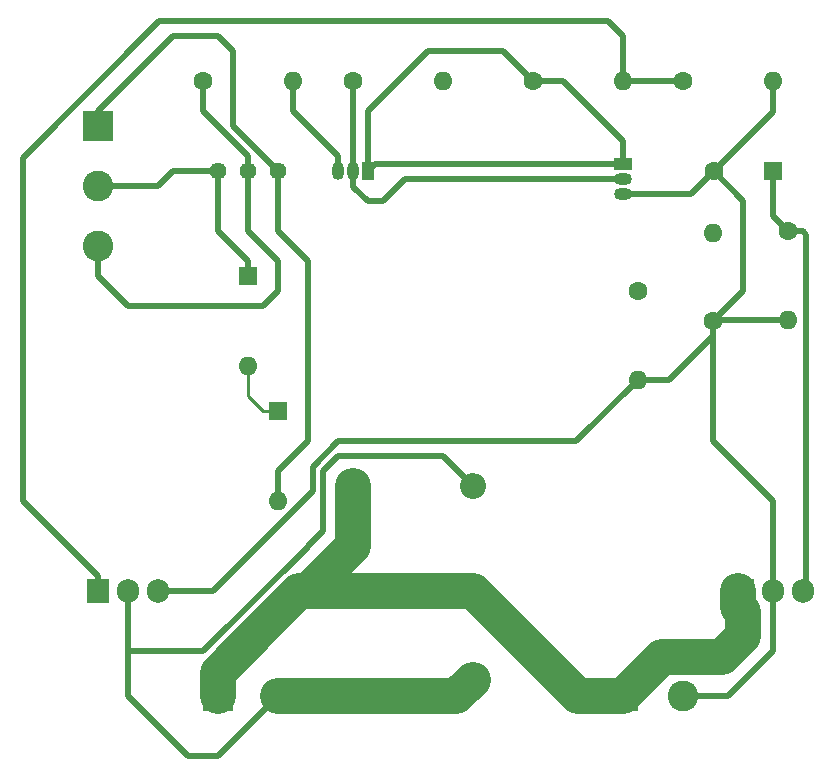
<source format=gbl>
%TF.GenerationSoftware,KiCad,Pcbnew,(5.1.8)-1*%
%TF.CreationDate,2021-07-02T06:17:21+02:00*%
%TF.ProjectId,Assignment2,41737369-676e-46d6-956e-74322e6b6963,rev?*%
%TF.SameCoordinates,Original*%
%TF.FileFunction,Copper,L2,Bot*%
%TF.FilePolarity,Positive*%
%FSLAX46Y46*%
G04 Gerber Fmt 4.6, Leading zero omitted, Abs format (unit mm)*
G04 Created by KiCad (PCBNEW (5.1.8)-1) date 2021-07-02 06:17:21*
%MOMM*%
%LPD*%
G01*
G04 APERTURE LIST*
%TA.AperFunction,ComponentPad*%
%ADD10O,1.905000X2.000000*%
%TD*%
%TA.AperFunction,ComponentPad*%
%ADD11R,1.905000X2.000000*%
%TD*%
%TA.AperFunction,ComponentPad*%
%ADD12C,1.600000*%
%TD*%
%TA.AperFunction,ComponentPad*%
%ADD13O,1.600000X1.600000*%
%TD*%
%TA.AperFunction,ComponentPad*%
%ADD14R,1.600000X1.600000*%
%TD*%
%TA.AperFunction,ComponentPad*%
%ADD15R,2.200000X2.200000*%
%TD*%
%TA.AperFunction,ComponentPad*%
%ADD16O,2.200000X2.200000*%
%TD*%
%TA.AperFunction,ComponentPad*%
%ADD17O,1.050000X1.500000*%
%TD*%
%TA.AperFunction,ComponentPad*%
%ADD18R,1.050000X1.500000*%
%TD*%
%TA.AperFunction,ComponentPad*%
%ADD19R,1.500000X1.050000*%
%TD*%
%TA.AperFunction,ComponentPad*%
%ADD20O,1.500000X1.050000*%
%TD*%
%TA.AperFunction,ComponentPad*%
%ADD21C,1.440000*%
%TD*%
%TA.AperFunction,ComponentPad*%
%ADD22C,2.600000*%
%TD*%
%TA.AperFunction,ComponentPad*%
%ADD23R,2.600000X2.600000*%
%TD*%
%TA.AperFunction,Conductor*%
%ADD24C,0.508000*%
%TD*%
%TA.AperFunction,Conductor*%
%ADD25C,3.048000*%
%TD*%
%TA.AperFunction,Conductor*%
%ADD26C,0.250000*%
%TD*%
G04 APERTURE END LIST*
D10*
%TO.P,Q3,3*%
%TO.N,0*%
X88320000Y-88900000D03*
%TO.P,Q3,2*%
%TO.N,Net-(C5-Pad2)*%
X85780000Y-88900000D03*
D11*
%TO.P,Q3,1*%
%TO.N,Net-(Q3-Pad1)*%
X83240000Y-88900000D03*
%TD*%
D10*
%TO.P,IC2,3*%
%TO.N,+9V*%
X142930000Y-88900000D03*
%TO.P,IC2,2*%
%TO.N,0*%
X140390000Y-88900000D03*
D11*
%TO.P,IC2,1*%
%TO.N,Net-(Battery1-Pad1)*%
X137850000Y-88900000D03*
%TD*%
D12*
%TO.P,C3,1*%
%TO.N,0*%
X135310000Y-66040000D03*
D13*
%TO.P,C3,2*%
%TO.N,Net-(C3-Pad2)*%
X135310000Y-58540000D03*
%TD*%
D12*
%TO.P,C2,1*%
%TO.N,Net-(C2-Pad1)*%
X128960000Y-63500000D03*
D13*
%TO.P,C2,2*%
%TO.N,0*%
X128960000Y-71000000D03*
%TD*%
%TO.P,C1,2*%
%TO.N,0*%
X141660000Y-65920000D03*
D12*
%TO.P,C1,1*%
%TO.N,+9V*%
X141660000Y-58420000D03*
%TD*%
D13*
%TO.P,C5,2*%
%TO.N,Net-(C5-Pad2)*%
X114990000Y-96400000D03*
D12*
%TO.P,C5,1*%
%TO.N,Net-(Battery1-Pad1)*%
X114990000Y-88900000D03*
%TD*%
D14*
%TO.P,C4,1*%
%TO.N,+9V*%
X140390000Y-53340000D03*
D12*
%TO.P,C4,2*%
%TO.N,0*%
X135390000Y-53340000D03*
%TD*%
D13*
%TO.P,D1,2*%
%TO.N,Net-(D1-Pad2)*%
X98480000Y-81280000D03*
D14*
%TO.P,D1,1*%
%TO.N,Net-(C3-Pad2)*%
X98480000Y-73660000D03*
%TD*%
%TO.P,D2,1*%
%TO.N,Net-(D2-Pad1)*%
X95940000Y-62230000D03*
D13*
%TO.P,D2,2*%
%TO.N,Net-(C3-Pad2)*%
X95940000Y-69850000D03*
%TD*%
D15*
%TO.P,D3,1*%
%TO.N,Net-(Battery1-Pad1)*%
X104830000Y-80010000D03*
D16*
%TO.P,D3,2*%
%TO.N,Net-(C5-Pad2)*%
X114990000Y-80010000D03*
%TD*%
D17*
%TO.P,Q1,2*%
%TO.N,Net-(Q1-Pad2)*%
X104830000Y-53340000D03*
%TO.P,Q1,3*%
%TO.N,+9V*%
X103560000Y-53340000D03*
D18*
%TO.P,Q1,1*%
%TO.N,Net-(Q1-Pad1)*%
X106100000Y-53340000D03*
%TD*%
D19*
%TO.P,Q2,1*%
%TO.N,Net-(Q1-Pad1)*%
X127690000Y-52705000D03*
D20*
%TO.P,Q2,3*%
%TO.N,0*%
X127690000Y-55245000D03*
%TO.P,Q2,2*%
%TO.N,Net-(Q1-Pad2)*%
X127690000Y-53975000D03*
%TD*%
D12*
%TO.P,R2,1*%
%TO.N,Net-(External_POT1-Pad3)*%
X92130000Y-45720000D03*
D13*
%TO.P,R2,2*%
%TO.N,+9V*%
X99750000Y-45720000D03*
%TD*%
%TO.P,R3,2*%
%TO.N,Net-(IC1-Pad3)*%
X112450000Y-45720000D03*
D12*
%TO.P,R3,1*%
%TO.N,Net-(Q1-Pad2)*%
X104830000Y-45720000D03*
%TD*%
%TO.P,R4,1*%
%TO.N,Net-(Q1-Pad1)*%
X120070000Y-45720000D03*
D13*
%TO.P,R4,2*%
%TO.N,Net-(Q3-Pad1)*%
X127690000Y-45720000D03*
%TD*%
%TO.P,R5,2*%
%TO.N,0*%
X140390000Y-45720000D03*
D12*
%TO.P,R5,1*%
%TO.N,Net-(Q3-Pad1)*%
X132770000Y-45720000D03*
%TD*%
D21*
%TO.P,R1,1*%
%TO.N,Net-(D1-Pad2)*%
X98480000Y-53340000D03*
%TO.P,R1,2*%
%TO.N,Net-(External_POT1-Pad3)*%
X95940000Y-53340000D03*
%TO.P,R1,3*%
%TO.N,Net-(D2-Pad1)*%
X93400000Y-53340000D03*
%TD*%
D22*
%TO.P,Battery1,2*%
%TO.N,0*%
X132770000Y-97790000D03*
D23*
%TO.P,Battery1,1*%
%TO.N,Net-(Battery1-Pad1)*%
X127690000Y-97790000D03*
%TD*%
%TO.P,External_POT1,1*%
%TO.N,Net-(D1-Pad2)*%
X83240000Y-49530000D03*
D22*
%TO.P,External_POT1,2*%
%TO.N,Net-(D2-Pad1)*%
X83240000Y-54610000D03*
%TO.P,External_POT1,3*%
%TO.N,Net-(External_POT1-Pad3)*%
X83240000Y-59690000D03*
%TD*%
D23*
%TO.P,Motor1,1*%
%TO.N,Net-(Battery1-Pad1)*%
X93400000Y-97790000D03*
D22*
%TO.P,Motor1,2*%
%TO.N,Net-(C5-Pad2)*%
X98480000Y-97790000D03*
%TD*%
D24*
%TO.N,0*%
X132770000Y-97790000D02*
X136580000Y-97790000D01*
X140390000Y-93980000D02*
X140390000Y-88900000D01*
X136580000Y-97790000D02*
X140390000Y-93980000D01*
X135430000Y-65920000D02*
X135310000Y-66040000D01*
X141660000Y-65920000D02*
X135430000Y-65920000D01*
X135310000Y-66040000D02*
X135310000Y-67310000D01*
X131620000Y-71000000D02*
X128960000Y-71000000D01*
X135310000Y-67310000D02*
X131620000Y-71000000D01*
X135310000Y-67310000D02*
X135310000Y-76200000D01*
X135310000Y-76200000D02*
X140390000Y-81280000D01*
X140390000Y-81280000D02*
X140390000Y-88900000D01*
X133485000Y-55245000D02*
X127690000Y-55245000D01*
X135390000Y-53340000D02*
X133485000Y-55245000D01*
X135390000Y-53340000D02*
X140390000Y-48340000D01*
X140390000Y-48340000D02*
X140390000Y-45720000D01*
X101426390Y-78382282D02*
X103608672Y-76200000D01*
X101426390Y-80419820D02*
X101426390Y-78382282D01*
X92946210Y-88900000D02*
X101426390Y-80419820D01*
X88320000Y-88900000D02*
X92946210Y-88900000D01*
X123760000Y-76200000D02*
X128960000Y-71000000D01*
X103608672Y-76200000D02*
X123760000Y-76200000D01*
X135310000Y-66040000D02*
X137850000Y-63500000D01*
X137850000Y-55800000D02*
X135390000Y-53340000D01*
X137850000Y-63500000D02*
X137850000Y-55800000D01*
%TO.N,+9V*%
X140390000Y-57150000D02*
X141660000Y-58420000D01*
X140390000Y-53340000D02*
X140390000Y-57150000D01*
X141660000Y-58420000D02*
X142930000Y-58420000D01*
X143222001Y-88607999D02*
X142930000Y-88900000D01*
X143222001Y-58712001D02*
X143222001Y-88607999D01*
X142930000Y-58420000D02*
X143222001Y-58712001D01*
X99750000Y-45720000D02*
X99750000Y-48260000D01*
X103542990Y-52052990D02*
X103542990Y-53340000D01*
X99750000Y-48260000D02*
X103542990Y-52052990D01*
%TO.N,Net-(D1-Pad2)*%
X94670000Y-49530000D02*
X98480000Y-53340000D01*
X94670000Y-43180000D02*
X94670000Y-49530000D01*
X93400000Y-41910000D02*
X94670000Y-43180000D01*
X89590000Y-41910000D02*
X93400000Y-41910000D01*
X83240000Y-48260000D02*
X89590000Y-41910000D01*
X83240000Y-49530000D02*
X83240000Y-48260000D01*
X98480000Y-81280000D02*
X98480000Y-78740000D01*
X98480000Y-78740000D02*
X101020000Y-76200000D01*
X101020000Y-76200000D02*
X101020000Y-60960000D01*
X101020000Y-60960000D02*
X98480000Y-58420000D01*
X98480000Y-58420000D02*
X98480000Y-53340000D01*
%TO.N,Net-(D2-Pad1)*%
X95940000Y-62230000D02*
X95940000Y-60960000D01*
X95940000Y-60960000D02*
X93400000Y-58420000D01*
X93400000Y-58420000D02*
X93400000Y-53340000D01*
X93400000Y-53340000D02*
X89590000Y-53340000D01*
X89590000Y-53340000D02*
X88320000Y-54610000D01*
X88320000Y-54610000D02*
X83240000Y-54610000D01*
%TO.N,Net-(Q1-Pad2)*%
X104847010Y-52581904D02*
X104830000Y-52564894D01*
X104847010Y-54627010D02*
X104847010Y-52581904D01*
X104830000Y-52564894D02*
X104830000Y-45720000D01*
X106100000Y-55880000D02*
X104847010Y-54627010D01*
X107370000Y-55880000D02*
X106100000Y-55880000D01*
X109275000Y-53975000D02*
X107370000Y-55880000D01*
X127690000Y-53975000D02*
X109275000Y-53975000D01*
%TO.N,Net-(Q1-Pad1)*%
X106100000Y-53340000D02*
X106100000Y-48260000D01*
X106100000Y-48260000D02*
X111180000Y-43180000D01*
X117530000Y-43180000D02*
X120070000Y-45720000D01*
X111180000Y-43180000D02*
X117530000Y-43180000D01*
X120070000Y-45720000D02*
X122610000Y-45720000D01*
X127690000Y-50800000D02*
X127690000Y-52705000D01*
X122610000Y-45720000D02*
X127690000Y-50800000D01*
X106735000Y-52705000D02*
X127690000Y-52705000D01*
X106100000Y-53340000D02*
X106735000Y-52705000D01*
%TO.N,Net-(Q3-Pad1)*%
X127690000Y-45720000D02*
X132770000Y-45720000D01*
X83240000Y-88900000D02*
X83240000Y-87630000D01*
X83240000Y-87630000D02*
X76890000Y-81280000D01*
X76890000Y-52182718D02*
X88432718Y-40640000D01*
X76890000Y-81280000D02*
X76890000Y-52182718D01*
X88432718Y-40640000D02*
X126420000Y-40640000D01*
X127690000Y-41910000D02*
X127690000Y-45720000D01*
X126420000Y-40640000D02*
X127690000Y-41910000D01*
%TO.N,Net-(Battery1-Pad1)*%
X93400000Y-97790000D02*
X93400000Y-93980000D01*
X93400000Y-93980000D02*
X98480000Y-88900000D01*
X101020000Y-88900000D02*
X114990000Y-88900000D01*
X98480000Y-88900000D02*
X101020000Y-88900000D01*
X127690000Y-97790000D02*
X130230000Y-95250000D01*
X130230000Y-95250000D02*
X135310000Y-95250000D01*
X135310000Y-95250000D02*
X137850000Y-92710000D01*
X137850000Y-92710000D02*
X137850000Y-88900000D01*
D25*
X123880000Y-97790000D02*
X114990000Y-88900000D01*
X127690000Y-97790000D02*
X123880000Y-97790000D01*
X127690000Y-97790000D02*
X131022001Y-94457999D01*
X131022001Y-94457999D02*
X136102001Y-94457999D01*
X137405490Y-90183724D02*
X137405490Y-88900000D01*
X137850000Y-90628234D02*
X137405490Y-90183724D01*
X137850000Y-92710000D02*
X137850000Y-90628234D01*
X136102001Y-94457999D02*
X137850000Y-92710000D01*
X93400000Y-95776052D02*
X93400000Y-97790000D01*
X100276052Y-88900000D02*
X93400000Y-95776052D01*
X114990000Y-88900000D02*
X100276052Y-88900000D01*
X104830000Y-80010000D02*
X104830000Y-85090000D01*
X101020000Y-88900000D02*
X100276052Y-88900000D01*
X104830000Y-85090000D02*
X101020000Y-88900000D01*
D24*
%TO.N,Net-(External_POT1-Pad3)*%
X83240000Y-59690000D02*
X83240000Y-62230000D01*
X83240000Y-62230000D02*
X85780000Y-64770000D01*
X85780000Y-64770000D02*
X97210000Y-64770000D01*
X97210000Y-64770000D02*
X98480000Y-63500000D01*
X98480000Y-63500000D02*
X98480000Y-60960000D01*
X95940000Y-58420000D02*
X95940000Y-53340000D01*
X98480000Y-60960000D02*
X95940000Y-58420000D01*
X95940000Y-53340000D02*
X95940000Y-52070000D01*
X95940000Y-52070000D02*
X92130000Y-48260000D01*
X92130000Y-48260000D02*
X92130000Y-45720000D01*
D26*
%TO.N,Net-(C3-Pad2)*%
X98480000Y-73660000D02*
X97210000Y-73660000D01*
X95940000Y-72390000D02*
X95940000Y-69850000D01*
X97210000Y-73660000D02*
X95940000Y-72390000D01*
D24*
%TO.N,Net-(C5-Pad2)*%
X93400000Y-102870000D02*
X90860000Y-102870000D01*
X90860000Y-102870000D02*
X85780000Y-97790000D01*
X85780000Y-93980000D02*
X85780000Y-88900000D01*
X85780000Y-97790000D02*
X85780000Y-93980000D01*
X101020000Y-85138672D02*
X92178672Y-93980000D01*
X92178672Y-93980000D02*
X85780000Y-93980000D01*
X101020000Y-85090000D02*
X102290000Y-83820000D01*
X101020000Y-85138672D02*
X101020000Y-85090000D01*
X114990000Y-80010000D02*
X112450000Y-77470000D01*
X102290000Y-83820000D02*
X102290000Y-78740000D01*
X102290000Y-78740000D02*
X103560000Y-77470000D01*
X103560000Y-77470000D02*
X104830000Y-77470000D01*
X104830000Y-77470000D02*
X104072718Y-77470000D01*
X112450000Y-77470000D02*
X104830000Y-77470000D01*
D25*
X113600000Y-97790000D02*
X114990000Y-96400000D01*
X98480000Y-97790000D02*
X113600000Y-97790000D01*
D24*
X98480000Y-97790000D02*
X93400000Y-102870000D01*
%TD*%
M02*

</source>
